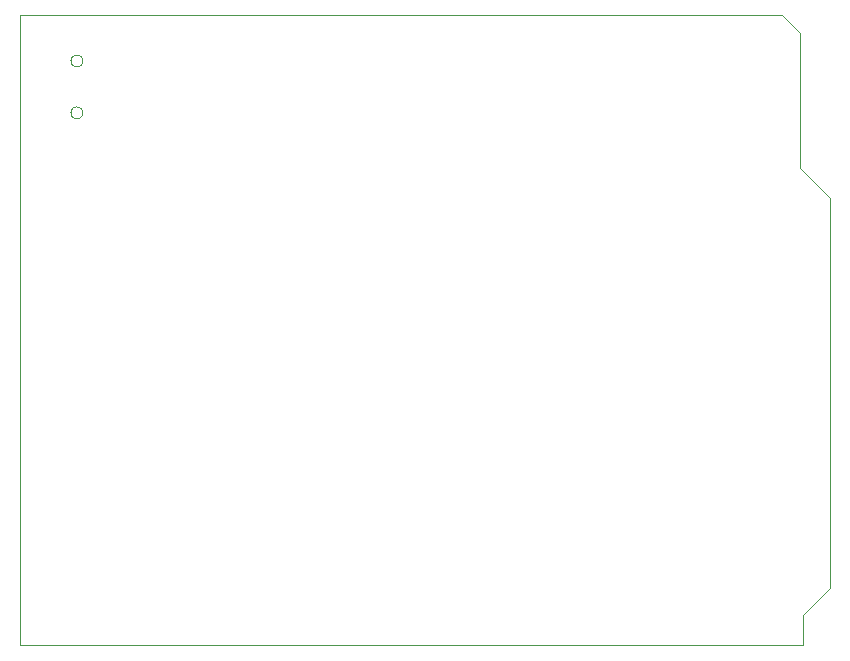
<source format=gbp>
G75*
%MOIN*%
%OFA0B0*%
%FSLAX24Y24*%
%IPPOS*%
%LPD*%
%AMOC8*
5,1,8,0,0,1.08239X$1,22.5*
%
%ADD10C,0.0000*%
D10*
X000459Y000363D02*
X000459Y021363D01*
X025859Y021363D01*
X026459Y020763D01*
X026459Y016263D01*
X027459Y015263D01*
X027459Y002263D01*
X026559Y001363D01*
X026559Y000363D01*
X000459Y000363D01*
X002133Y018125D02*
X002135Y018152D01*
X002141Y018179D01*
X002150Y018205D01*
X002163Y018229D01*
X002179Y018252D01*
X002198Y018271D01*
X002220Y018288D01*
X002244Y018302D01*
X002269Y018312D01*
X002296Y018319D01*
X002323Y018322D01*
X002351Y018321D01*
X002378Y018316D01*
X002404Y018308D01*
X002428Y018296D01*
X002451Y018280D01*
X002472Y018262D01*
X002489Y018241D01*
X002504Y018217D01*
X002515Y018192D01*
X002523Y018166D01*
X002527Y018139D01*
X002527Y018111D01*
X002523Y018084D01*
X002515Y018058D01*
X002504Y018033D01*
X002489Y018009D01*
X002472Y017988D01*
X002451Y017970D01*
X002429Y017954D01*
X002404Y017942D01*
X002378Y017934D01*
X002351Y017929D01*
X002323Y017928D01*
X002296Y017931D01*
X002269Y017938D01*
X002244Y017948D01*
X002220Y017962D01*
X002198Y017979D01*
X002179Y017998D01*
X002163Y018021D01*
X002150Y018045D01*
X002141Y018071D01*
X002135Y018098D01*
X002133Y018125D01*
X002133Y019857D02*
X002135Y019884D01*
X002141Y019911D01*
X002150Y019937D01*
X002163Y019961D01*
X002179Y019984D01*
X002198Y020003D01*
X002220Y020020D01*
X002244Y020034D01*
X002269Y020044D01*
X002296Y020051D01*
X002323Y020054D01*
X002351Y020053D01*
X002378Y020048D01*
X002404Y020040D01*
X002428Y020028D01*
X002451Y020012D01*
X002472Y019994D01*
X002489Y019973D01*
X002504Y019949D01*
X002515Y019924D01*
X002523Y019898D01*
X002527Y019871D01*
X002527Y019843D01*
X002523Y019816D01*
X002515Y019790D01*
X002504Y019765D01*
X002489Y019741D01*
X002472Y019720D01*
X002451Y019702D01*
X002429Y019686D01*
X002404Y019674D01*
X002378Y019666D01*
X002351Y019661D01*
X002323Y019660D01*
X002296Y019663D01*
X002269Y019670D01*
X002244Y019680D01*
X002220Y019694D01*
X002198Y019711D01*
X002179Y019730D01*
X002163Y019753D01*
X002150Y019777D01*
X002141Y019803D01*
X002135Y019830D01*
X002133Y019857D01*
M02*

</source>
